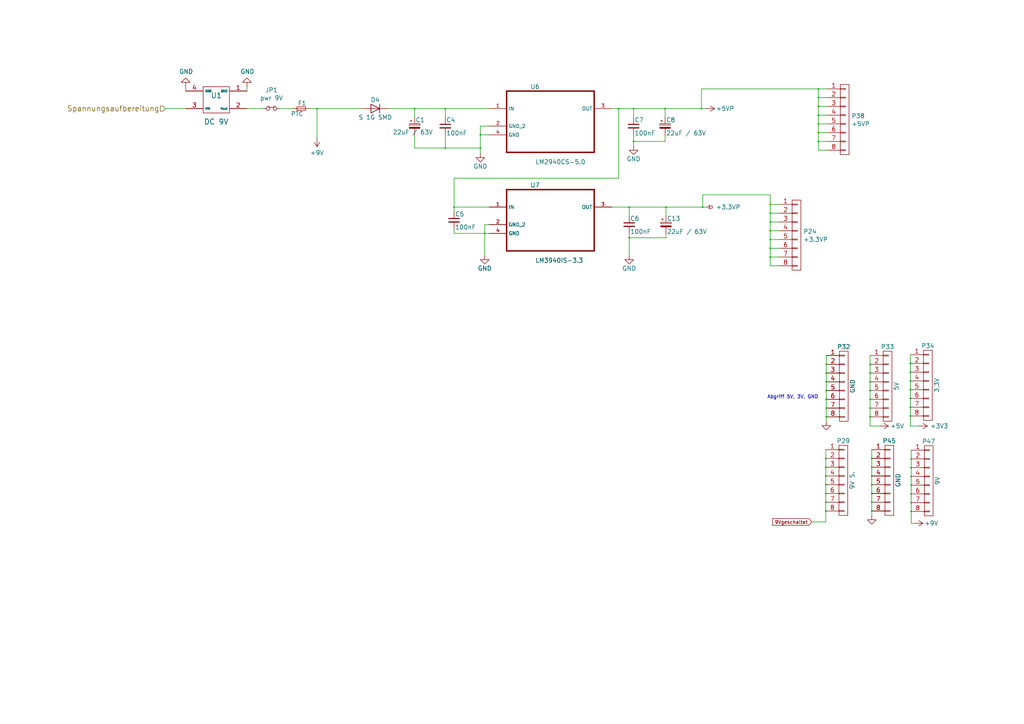
<source format=kicad_sch>
(kicad_sch (version 20220126) (generator eeschema)
  (paper "A4")
  (title_block (title "Ardumower shield SVN Version") (date "2021-01-18") (rev "1.4") (company "ML AG JL BS UZ") (comment 1 "Schaltplan und Layout UweZ"))
  (lib_symbols
    (symbol "ardumower-mega-shield-svn-rescue:+3.3V-RESCUE-ardumower_mega_shield_svn" (power) (pin_names (offset 0))
      (property "Value" "+3.3V-RESCUE-ardumower_mega_shield_svn" (at 0 3.556 0))
      (symbol "+3.3V-RESCUE-ardumower_mega_shield_svn_0_1"
        (polyline (pts (xy -0.762 1.27) (xy 0 2.54)))
        (polyline (pts (xy 0 0) (xy 0 2.54)))
        (polyline (pts (xy 0 2.54) (xy 0.762 1.27)))
      )
      (symbol "+3.3V-RESCUE-ardumower_mega_shield_svn_1_1"
        (pin power_in line (at 0 0 90) (length 0) hide (name "+3V3") (number "1"))
      )
    )
    (symbol "ardumower-mega-shield-svn-rescue:+3.3VP-RESCUE-ardumower_mega_shield_svn" (power) (pin_names (offset 0))
      (property "Value" "+3.3VP-RESCUE-ardumower_mega_shield_svn" (at 0 2.54 0))
      (symbol "+3.3VP-RESCUE-ardumower_mega_shield_svn_0_0"
        (pin power_in line (at 0 0 90) (length 0) hide (name "+3.3VP") (number "1"))
      )
      (symbol "+3.3VP-RESCUE-ardumower_mega_shield_svn_0_1"
        (polyline (pts (xy 0 0) (xy 0 1.016) (xy 0 1.016)))
        (polyline (pts (xy 0.508 0.762) (xy 0 1.016) (xy -0.508 0.762) (xy -0.254 1.778) (xy 0.254 1.778) (xy 0.508 0.762) (xy 0.508 0.762)))
      )
    )
    (symbol "ardumower-mega-shield-svn-rescue:+5V-RESCUE-ardumower_mega_shield_svn" (power) (pin_names (offset 0))
      (property "Value" "+5V-RESCUE-ardumower_mega_shield_svn" (at 0 3.556 0))
      (symbol "+5V-RESCUE-ardumower_mega_shield_svn_0_1"
        (polyline (pts (xy -0.762 1.27) (xy 0 2.54)))
        (polyline (pts (xy 0 0) (xy 0 2.54)))
        (polyline (pts (xy 0 2.54) (xy 0.762 1.27)))
      )
      (symbol "+5V-RESCUE-ardumower_mega_shield_svn_1_1"
        (pin power_in line (at 0 0 90) (length 0) hide (name "+5V") (number "1"))
      )
    )
    (symbol "ardumower-mega-shield-svn-rescue:+5VP-RESCUE-ardumower_mega_shield_svn" (power) (pin_names (offset 0))
      (property "Value" "+5VP-RESCUE-ardumower_mega_shield_svn" (at 0 3.556 0))
      (symbol "+5VP-RESCUE-ardumower_mega_shield_svn_0_1"
        (polyline (pts (xy -0.762 1.27) (xy 0 2.54)))
        (polyline (pts (xy 0 0) (xy 0 2.54)))
        (polyline (pts (xy 0 2.54) (xy 0.762 1.27)))
      )
      (symbol "+5VP-RESCUE-ardumower_mega_shield_svn_1_1"
        (pin power_in line (at 0 0 90) (length 0) hide (name "+5VP") (number "1"))
      )
    )
    (symbol "ardumower-mega-shield-svn-rescue:+9V-RESCUE-ardumower_mega_shield_svn" (power) (pin_names (offset 0))
      (property "Value" "+9V-RESCUE-ardumower_mega_shield_svn" (at 0 3.556 0))
      (symbol "+9V-RESCUE-ardumower_mega_shield_svn_0_1"
        (polyline (pts (xy -0.762 1.27) (xy 0 2.54)))
        (polyline (pts (xy 0 0) (xy 0 2.54)))
        (polyline (pts (xy 0 2.54) (xy 0.762 1.27)))
      )
      (symbol "+9V-RESCUE-ardumower_mega_shield_svn_1_1"
        (pin power_in line (at 0 0 90) (length 0) hide (name "+9V") (number "1"))
      )
    )
    (symbol "ardumower-mega-shield-svn-rescue:CONN_01X08-RESCUE-ardumower_mega_shield_svn" (pin_names hide)
      (property "Reference" "J" (at 0 11.43 0))
      (property "Value" "CONN_01X08-RESCUE-ardumower_mega_shield_svn" (at 2.54 0 90))
      (symbol "CONN_01X08-RESCUE-ardumower_mega_shield_svn_0_1"
        (rectangle (start -1.27 -10.16) (end 1.27 10.16))
        (rectangle (start -1.27 -8.763) (end 0.254 -9.017))
        (rectangle (start -1.27 -6.223) (end 0.254 -6.477))
        (rectangle (start -1.27 -3.683) (end 0.254 -3.937))
        (rectangle (start -1.27 -1.143) (end 0.254 -1.397))
        (rectangle (start -1.27 1.397) (end 0.254 1.143))
        (rectangle (start -1.27 3.937) (end 0.254 3.683))
        (rectangle (start -1.27 6.477) (end 0.254 6.223))
        (rectangle (start -1.27 9.017) (end 0.254 8.763))
      )
      (symbol "CONN_01X08-RESCUE-ardumower_mega_shield_svn_1_1"
        (pin passive line (at -5.08 8.89 0) (length 3.81) (name "P1") (number "1"))
        (pin passive line (at -5.08 6.35 0) (length 3.81) (name "P2") (number "2"))
        (pin passive line (at -5.08 3.81 0) (length 3.81) (name "P3") (number "3"))
        (pin passive line (at -5.08 1.27 0) (length 3.81) (name "P4") (number "4"))
        (pin passive line (at -5.08 -1.27 0) (length 3.81) (name "P5") (number "5"))
        (pin passive line (at -5.08 -3.81 0) (length 3.81) (name "P6") (number "6"))
        (pin passive line (at -5.08 -6.35 0) (length 3.81) (name "P7") (number "7"))
        (pin passive line (at -5.08 -8.89 0) (length 3.81) (name "P8") (number "8"))
      )
    )
    (symbol "ardumower-mega-shield-svn-rescue:CP_Small-RESCUE-ardumower_mega_shield_svn" (pin_numbers hide) (pin_names (offset 0.254) hide)
      (property "Reference" "C" (at 0.254 1.778 0))
      (property "Value" "CP_Small-RESCUE-ardumower_mega_shield_svn" (at 0.254 -2.032 0))
      (symbol "CP_Small-RESCUE-ardumower_mega_shield_svn_0_1"
        (rectangle (start -1.524 -0.3048) (end 1.524 -0.6858) (fill (type outline)))
        (rectangle (start -1.524 0.6858) (end 1.524 0.3048))
        (polyline (pts (xy -1.27 1.524) (xy -0.762 1.524)))
        (polyline (pts (xy -1.016 1.27) (xy -1.016 1.778)))
      )
      (symbol "CP_Small-RESCUE-ardumower_mega_shield_svn_1_1"
        (pin passive line (at 0 2.54 270) (length 1.8542) (name "~") (number "1"))
        (pin passive line (at 0 -2.54 90) (length 1.8542) (name "~") (number "2"))
      )
    )
    (symbol "ardumower-mega-shield-svn-rescue:C_Small-RESCUE-ardumower_mega_shield_svn" (pin_numbers hide) (pin_names (offset 0.254) hide)
      (property "Reference" "C" (at 0.254 1.778 0))
      (property "Value" "C_Small-RESCUE-ardumower_mega_shield_svn" (at 0.254 -2.032 0))
      (symbol "C_Small-RESCUE-ardumower_mega_shield_svn_0_1"
        (polyline (pts (xy -1.524 -0.508) (xy 1.524 -0.508)) (stroke (width 0.3302)))
        (polyline (pts (xy -1.524 0.508) (xy 1.524 0.508)) (stroke (width 0.3048)))
      )
      (symbol "C_Small-RESCUE-ardumower_mega_shield_svn_1_1"
        (pin passive line (at 0 2.54 270) (length 2.032) (name "~") (number "1"))
        (pin passive line (at 0 -2.54 90) (length 2.032) (name "~") (number "2"))
      )
    )
    (symbol "ardumower-mega-shield-svn-rescue:D-RESCUE-ardumower_mega_shield_svn" (pin_numbers hide) (pin_names hide)
      (property "Reference" "D" (at 0 2.54 0))
      (property "Value" "D-RESCUE-ardumower_mega_shield_svn" (at 0 -2.54 0))
      (symbol "D-RESCUE-ardumower_mega_shield_svn_0_1"
        (polyline (pts (xy -1.27 1.27) (xy -1.27 -1.27)) (stroke (width 0.2032)))
        (polyline (pts (xy 1.27 0) (xy -1.27 0)))
        (polyline (pts (xy 1.27 1.27) (xy 1.27 -1.27) (xy -1.27 0) (xy 1.27 1.27)) (stroke (width 0.2032)))
      )
      (symbol "D-RESCUE-ardumower_mega_shield_svn_1_1"
        (pin passive line (at -3.81 0 0) (length 2.54) (name "K") (number "1"))
        (pin passive line (at 3.81 0 180) (length 2.54) (name "A") (number "2"))
      )
    )
    (symbol "ardumower-mega-shield-svn-rescue:DC-DC_Stepdown-RESCUE-ardumower_mega_shield_svn"
      (property "Reference" "U" (at 0 0 0))
      (property "Value" "DC-DC_Stepdown-RESCUE-ardumower_mega_shield_svn" (at -1.27 0 0))
      (symbol "DC-DC_Stepdown-RESCUE-ardumower_mega_shield_svn_0_1"
        (rectangle (start 3.81 -3.81) (end -3.81 3.81))
      )
      (symbol "DC-DC_Stepdown-RESCUE-ardumower_mega_shield_svn_1_1"
        (pin output line (at 8.89 2.54 180) (length 5.08) (name "GND") (number "1"))
        (pin output line (at 8.89 -2.54 180) (length 5.08) (name "Vout") (number "2"))
        (pin input line (at -8.89 -2.54 0) (length 5.08) (name "VIN") (number "3"))
        (pin input line (at -8.89 2.54 0) (length 5.08) (name "GND") (number "4"))
      )
    )
    (symbol "ardumower-mega-shield-svn-rescue:F_Small-RESCUE-ardumower_mega_shield_svn" (pin_numbers hide) (pin_names (offset 0.254) hide)
      (property "Reference" "F" (at -1.016 1.524 0))
      (property "Value" "F_Small-RESCUE-ardumower_mega_shield_svn" (at -3.048 -1.524 0))
      (symbol "F_Small-RESCUE-ardumower_mega_shield_svn_0_1"
        (rectangle (start -1.27 0.508) (end 1.27 -0.508))
        (polyline (pts (xy -1.27 0) (xy 1.27 0)))
      )
      (symbol "F_Small-RESCUE-ardumower_mega_shield_svn_1_1"
        (pin passive line (at -2.54 0 0) (length 1.27) (name "~") (number "1"))
        (pin passive line (at 2.54 0 180) (length 1.27) (name "~") (number "2"))
      )
    )
    (symbol "ardumower-mega-shield-svn-rescue:GND-RESCUE-ardumower_mega_shield_svn" (power) (pin_names (offset 0))
      (property "Value" "GND-RESCUE-ardumower_mega_shield_svn" (at 0 -3.81 0))
      (symbol "GND-RESCUE-ardumower_mega_shield_svn_0_1"
        (polyline (pts (xy 0 0) (xy 0 -1.27) (xy 1.27 -1.27) (xy 0 -2.54) (xy -1.27 -1.27) (xy 0 -1.27)))
      )
      (symbol "GND-RESCUE-ardumower_mega_shield_svn_1_1"
        (pin power_in line (at 0 0 270) (length 0) hide (name "GND") (number "1"))
      )
    )
    (symbol "ardumower-mega-shield-svn-rescue:Jumper_NC_Small-RESCUE-ardumower_mega_shield_svn" (pin_numbers hide) (pin_names (offset 0.762) hide)
      (property "Reference" "JP" (at 0 2.032 0))
      (property "Value" "Jumper_NC_Small-RESCUE-ardumower_mega_shield_svn" (at 0.254 -1.524 0))
      (symbol "Jumper_NC_Small-RESCUE-ardumower_mega_shield_svn_0_1"
        (circle (center -1.016 0) (radius 0.508))
        (arc (start -1.016 0.762) (mid 0 -1.6908) (end 1.016 0.762))
        (circle (center 1.016 0) (radius 0.508))
        (pin passive line (at -2.54 0 0) (length 1.016) (name "1") (number "1"))
        (pin passive line (at 2.54 0 180) (length 1.016) (name "2") (number "2"))
      )
    )
    (symbol "ardumower-mega-shield-svn-rescue:LM2940CS-5.0-RESCUE-ardumower_mega_shield_svn"
      (property "Reference" "U" (at -5.842 6.3754 0))
      (property "Value" "LM2940CS-5.0-RESCUE-ardumower_mega_shield_svn" (at -4.3942 -15.4686 0))
      (symbol "LM2940CS-5.0-RESCUE-ardumower_mega_shield_svn_0_0"
        (polyline (pts (xy -12.7 -12.7) (xy 12.7 -12.7)) (stroke (width 0.4064)))
        (polyline (pts (xy -12.7 5.08) (xy -12.7 -12.7)) (stroke (width 0.4064)))
        (polyline (pts (xy 12.7 -12.7) (xy 12.7 5.08)) (stroke (width 0.4064)))
        (polyline (pts (xy 12.7 5.08) (xy -12.7 5.08)) (stroke (width 0.4064)))
        (pin input line (at -17.78 0 0) (length 5.08) (name "IN") (number "1"))
        (pin passive line (at -17.78 -5.08 0) (length 5.08) (name "GND_2") (number "2"))
        (pin output line (at 17.78 0 180) (length 5.08) (name "OUT") (number "3"))
        (pin passive line (at -17.78 -7.62 0) (length 5.08) (name "GND") (number "4"))
      )
    )
  )
  (junction (at 193.167 60.071) (diameter 0.3048))
  (junction (at 183.769 31.496) (diameter 0.3048))
  (junction (at 237.363 25.781) (diameter 0.3048))
  (junction (at 237.363 33.401) (diameter 0.3048))
  (junction (at 223.393 59.309) (diameter 0.3048))
  (junction (at 239.522 143.129) (diameter 0.3048))
  (junction (at 264.033 120.65) (diameter 0.3048))
  (junction (at 139.319 42.926) (diameter 0.3048))
  (junction (at 237.363 28.321) (diameter 0.3048))
  (junction (at 239.649 105.664) (diameter 0.3048))
  (junction (at 237.363 35.941) (diameter 0.3048))
  (junction (at 239.649 118.364) (diameter 0.3048))
  (junction (at 239.522 148.209) (diameter 0.3048))
  (junction (at 252.349 108.204) (diameter 0.3048))
  (junction (at 264.033 115.57) (diameter 0.3048))
  (junction (at 264.287 148.336) (diameter 0.3048))
  (junction (at 223.393 61.849) (diameter 0.3048))
  (junction (at 182.499 68.961) (diameter 0.3048))
  (junction (at 120.269 31.496) (diameter 0.3048))
  (junction (at 223.393 72.009) (diameter 0.3048))
  (junction (at 264.033 113.03) (diameter 0.3048))
  (junction (at 264.033 110.49) (diameter 0.3048))
  (junction (at 223.393 64.389) (diameter 0.3048))
  (junction (at 239.522 132.969) (diameter 0.3048))
  (junction (at 129.159 42.926) (diameter 0.3048))
  (junction (at 264.287 133.096) (diameter 0.3048))
  (junction (at 252.349 115.824) (diameter 0.3048))
  (junction (at 237.363 30.861) (diameter 0.3048))
  (junction (at 252.349 120.904) (diameter 0.3048))
  (junction (at 131.699 60.071) (diameter 0.3048))
  (junction (at 239.522 135.509) (diameter 0.3048))
  (junction (at 223.393 66.929) (diameter 0.3048))
  (junction (at 140.589 67.691) (diameter 0.3048))
  (junction (at 239.649 120.904) (diameter 0.3048))
  (junction (at 139.319 39.116) (diameter 0.3048))
  (junction (at 183.769 41.021) (diameter 0.3048))
  (junction (at 252.857 143.129) (diameter 0.3048))
  (junction (at 179.451 31.496) (diameter 0.3048))
  (junction (at 252.349 113.284) (diameter 0.3048))
  (junction (at 264.287 143.256) (diameter 0.3048))
  (junction (at 203.835 60.071) (diameter 0.3048))
  (junction (at 239.649 108.204) (diameter 0.3048))
  (junction (at 264.033 105.41) (diameter 0.3048))
  (junction (at 252.857 135.509) (diameter 0.3048))
  (junction (at 252.857 140.589) (diameter 0.3048))
  (junction (at 129.159 31.496) (diameter 0.3048))
  (junction (at 223.393 74.549) (diameter 0.3048))
  (junction (at 264.287 145.796) (diameter 0.3048))
  (junction (at 182.499 60.071) (diameter 0.3048))
  (junction (at 252.349 105.664) (diameter 0.3048))
  (junction (at 192.913 31.496) (diameter 0.3048))
  (junction (at 264.287 140.716) (diameter 0.3048))
  (junction (at 252.857 148.209) (diameter 0.3048))
  (junction (at 264.287 135.636) (diameter 0.3048))
  (junction (at 237.363 41.021) (diameter 0.3048))
  (junction (at 252.857 145.669) (diameter 0.3048))
  (junction (at 239.649 113.284) (diameter 0.3048))
  (junction (at 237.363 38.481) (diameter 0.3048))
  (junction (at 203.454 31.496) (diameter 0.3048))
  (junction (at 239.522 138.049) (diameter 0.3048))
  (junction (at 239.649 110.744) (diameter 0.3048))
  (junction (at 264.287 138.176) (diameter 0.3048))
  (junction (at 239.522 145.669) (diameter 0.3048))
  (junction (at 252.857 138.049) (diameter 0.3048))
  (junction (at 252.857 132.969) (diameter 0.3048))
  (junction (at 252.349 118.364) (diameter 0.3048))
  (junction (at 252.349 110.744) (diameter 0.3048))
  (junction (at 223.393 69.469) (diameter 0.3048))
  (junction (at 264.033 107.95) (diameter 0.3048))
  (junction (at 264.033 118.11) (diameter 0.3048))
  (junction (at 239.522 140.589) (diameter 0.3048))
  (junction (at 239.649 115.824) (diameter 0.3048))
  (junction (at 91.948 31.496) (diameter 0.3048))
  (wire (pts (xy 89.916 31.496) (xy 91.948 31.496)))
  (wire (pts (xy 264.033 113.03) (xy 264.033 115.57)))
  (wire (pts (xy 182.499 60.071) (xy 193.167 60.071)))
  (wire (pts (xy 252.857 143.129) (xy 252.857 145.669)))
  (wire (pts (xy 239.903 28.321) (xy 237.363 28.321)))
  (wire (pts (xy 252.857 148.209) (xy 252.857 149.479)))
  (wire (pts (xy 131.699 60.071) (xy 141.859 60.071)))
  (wire (pts (xy 177.419 31.496) (xy 179.451 31.496)))
  (wire (pts (xy 264.287 140.716) (xy 264.287 143.256)))
  (wire (pts (xy 225.933 72.009) (xy 223.393 72.009)))
  (wire (pts (xy 239.649 113.284) (xy 239.649 115.824)))
  (wire (pts (xy 223.393 74.549) (xy 223.393 77.089)))
  (wire (pts (xy 237.363 35.941) (xy 237.363 38.481)))
  (wire (pts (xy 264.287 130.556) (xy 264.287 133.096)))
  (wire (pts (xy 237.363 28.321) (xy 237.363 30.861)))
  (wire (pts (xy 237.363 33.401) (xy 237.363 35.941)))
  (wire (pts (xy 203.835 56.515) (xy 223.393 56.515)))
  (wire (pts (xy 239.649 118.364) (xy 239.649 120.904)))
  (wire (pts (xy 264.033 110.49) (xy 264.033 113.03)))
  (wire (pts (xy 179.451 31.496) (xy 179.451 51.689)))
  (wire (pts (xy 48.006 31.496) (xy 53.848 31.496)))
  (wire (pts (xy 183.769 41.021) (xy 183.769 42.291)))
  (wire (pts (xy 112.649 31.496) (xy 120.269 31.496)))
  (wire (pts (xy 239.649 115.824) (xy 239.649 118.364)))
  (wire (pts (xy 264.033 120.65) (xy 264.033 123.571)))
  (wire (pts (xy 193.167 60.071) (xy 203.835 60.071)))
  (wire (pts (xy 131.699 60.071) (xy 131.699 61.341)))
  (wire (pts (xy 237.363 35.941) (xy 239.903 35.941)))
  (wire (pts (xy 53.848 25.146) (xy 53.848 26.416)))
  (wire (pts (xy 223.393 61.849) (xy 223.393 64.389)))
  (wire (pts (xy 252.349 115.824) (xy 252.349 118.364)))
  (wire (pts (xy 129.159 31.496) (xy 129.159 34.036)))
  (wire (pts (xy 182.499 62.611) (xy 182.499 60.071)))
  (wire (pts (xy 239.522 148.209) (xy 239.522 151.384)))
  (wire (pts (xy 237.363 38.481) (xy 237.363 41.021)))
  (wire (pts (xy 239.522 130.429) (xy 239.522 132.969)))
  (wire (pts (xy 239.903 38.481) (xy 237.363 38.481)))
  (wire (pts (xy 237.363 30.861) (xy 237.363 33.401)))
  (wire (pts (xy 131.699 67.691) (xy 140.589 67.691)))
  (wire (pts (xy 203.454 31.496) (xy 204.724 31.496)))
  (wire (pts (xy 192.913 31.496) (xy 203.454 31.496)))
  (wire (pts (xy 264.033 123.571) (xy 266.446 123.571)))
  (wire (pts (xy 91.948 31.496) (xy 105.029 31.496)))
  (wire (pts (xy 237.363 41.021) (xy 237.363 43.561)))
  (wire (pts (xy 239.649 103.124) (xy 239.649 105.664)))
  (wire (pts (xy 193.167 60.071) (xy 193.167 62.611)))
  (wire (pts (xy 131.699 51.689) (xy 131.699 60.071)))
  (wire (pts (xy 239.522 135.509) (xy 239.522 138.049)))
  (wire (pts (xy 252.349 108.204) (xy 252.349 110.744)))
  (wire (pts (xy 264.033 107.95) (xy 264.033 110.49)))
  (wire (pts (xy 239.522 143.129) (xy 239.522 145.669)))
  (wire (pts (xy 223.393 72.009) (xy 223.393 74.549)))
  (wire (pts (xy 225.933 64.389) (xy 223.393 64.389)))
  (wire (pts (xy 129.159 42.926) (xy 129.159 39.116)))
  (wire (pts (xy 225.933 74.549) (xy 223.393 74.549)))
  (wire (pts (xy 141.859 65.151) (xy 140.589 65.151)))
  (wire (pts (xy 139.319 36.576) (xy 141.859 36.576)))
  (wire (pts (xy 264.287 148.336) (xy 264.287 151.765)))
  (wire (pts (xy 223.393 56.515) (xy 223.393 59.309)))
  (wire (pts (xy 71.628 25.146) (xy 71.628 26.416)))
  (wire (pts (xy 252.349 103.124) (xy 252.349 105.664)))
  (wire (pts (xy 182.499 67.691) (xy 182.499 68.961)))
  (wire (pts (xy 203.454 25.781) (xy 237.363 25.781)))
  (wire (pts (xy 203.454 31.496) (xy 203.454 25.781)))
  (wire (pts (xy 139.319 39.116) (xy 139.319 42.926)))
  (wire (pts (xy 239.903 30.861) (xy 237.363 30.861)))
  (wire (pts (xy 264.287 143.256) (xy 264.287 145.796)))
  (wire (pts (xy 223.393 59.309) (xy 225.933 59.309)))
  (wire (pts (xy 252.857 132.969) (xy 252.857 135.509)))
  (wire (pts (xy 264.033 118.11) (xy 264.033 120.65)))
  (wire (pts (xy 252.349 120.904) (xy 252.349 123.571)))
  (wire (pts (xy 237.363 25.781) (xy 237.363 28.321)))
  (wire (pts (xy 264.033 115.57) (xy 264.033 118.11)))
  (wire (pts (xy 225.933 66.929) (xy 223.393 66.929)))
  (wire (pts (xy 223.393 64.389) (xy 223.393 66.929)))
  (wire (pts (xy 71.628 31.496) (xy 76.2 31.496)))
  (wire (pts (xy 264.287 138.176) (xy 264.287 140.716)))
  (wire (pts (xy 239.649 105.664) (xy 239.649 108.204)))
  (wire (pts (xy 183.769 39.116) (xy 183.769 41.021)))
  (wire (pts (xy 120.269 42.926) (xy 120.269 39.116)))
  (wire (pts (xy 252.857 130.429) (xy 252.857 132.969)))
  (wire (pts (xy 264.287 135.636) (xy 264.287 138.176)))
  (wire (pts (xy 182.499 68.961) (xy 182.499 74.041)))
  (wire (pts (xy 252.349 110.744) (xy 252.349 113.284)))
  (wire (pts (xy 239.903 33.401) (xy 237.363 33.401)))
  (wire (pts (xy 252.857 140.589) (xy 252.857 143.129)))
  (wire (pts (xy 91.948 31.496) (xy 91.948 40.005)))
  (wire (pts (xy 192.913 31.496) (xy 192.913 34.036)))
  (wire (pts (xy 192.913 41.021) (xy 183.769 41.021)))
  (wire (pts (xy 264.033 105.41) (xy 264.033 107.95)))
  (wire (pts (xy 252.857 138.049) (xy 252.857 140.589)))
  (wire (pts (xy 192.913 39.116) (xy 192.913 41.021)))
  (wire (pts (xy 239.903 41.021) (xy 237.363 41.021)))
  (wire (pts (xy 239.649 108.204) (xy 239.649 110.744)))
  (wire (pts (xy 140.589 67.691) (xy 141.859 67.691)))
  (wire (pts (xy 129.159 31.496) (xy 141.859 31.496)))
  (wire (pts (xy 223.393 59.309) (xy 223.393 61.849)))
  (wire (pts (xy 239.522 140.589) (xy 239.522 143.129)))
  (wire (pts (xy 120.269 31.496) (xy 120.269 34.036)))
  (wire (pts (xy 140.589 65.151) (xy 140.589 67.691)))
  (wire (pts (xy 81.28 31.496) (xy 84.836 31.496)))
  (wire (pts (xy 252.857 145.669) (xy 252.857 148.209)))
  (wire (pts (xy 223.393 66.929) (xy 223.393 69.469)))
  (wire (pts (xy 139.319 36.576) (xy 139.319 39.116)))
  (wire (pts (xy 183.769 31.496) (xy 192.913 31.496)))
  (wire (pts (xy 183.769 31.496) (xy 183.769 34.036)))
  (wire (pts (xy 239.522 138.049) (xy 239.522 140.589)))
  (wire (pts (xy 252.349 113.284) (xy 252.349 115.824)))
  (wire (pts (xy 141.859 39.116) (xy 139.319 39.116)))
  (wire (pts (xy 179.451 31.496) (xy 183.769 31.496)))
  (wire (pts (xy 264.033 102.87) (xy 264.033 105.41)))
  (wire (pts (xy 239.522 132.969) (xy 239.522 135.509)))
  (wire (pts (xy 129.159 42.926) (xy 120.269 42.926)))
  (wire (pts (xy 264.287 151.765) (xy 265.176 151.765)))
  (wire (pts (xy 252.349 118.364) (xy 252.349 120.904)))
  (wire (pts (xy 131.699 66.421) (xy 131.699 67.691)))
  (wire (pts (xy 239.649 110.744) (xy 239.649 113.284)))
  (wire (pts (xy 139.319 42.926) (xy 139.319 44.45)))
  (wire (pts (xy 239.649 120.904) (xy 239.649 122.174)))
  (wire (pts (xy 264.287 145.796) (xy 264.287 148.336)))
  (wire (pts (xy 193.167 68.961) (xy 182.499 68.961)))
  (wire (pts (xy 223.393 69.469) (xy 225.933 69.469)))
  (wire (pts (xy 239.522 151.384) (xy 235.458 151.384)))
  (wire (pts (xy 120.269 31.496) (xy 129.159 31.496)))
  (wire (pts (xy 139.319 42.926) (xy 129.159 42.926)))
  (wire (pts (xy 203.835 60.071) (xy 204.851 60.071)))
  (wire (pts (xy 193.167 68.961) (xy 193.167 67.691)))
  (wire (pts (xy 252.857 135.509) (xy 252.857 138.049)))
  (wire (pts (xy 239.522 145.669) (xy 239.522 148.209)))
  (wire (pts (xy 237.363 25.781) (xy 239.903 25.781)))
  (wire (pts (xy 264.287 133.096) (xy 264.287 135.636)))
  (wire (pts (xy 223.393 69.469) (xy 223.393 72.009)))
  (wire (pts (xy 179.451 51.689) (xy 131.699 51.689)))
  (wire (pts (xy 237.363 43.561) (xy 239.903 43.561)))
  (wire (pts (xy 252.349 123.571) (xy 255.143 123.571)))
  (wire (pts (xy 223.393 77.089) (xy 225.933 77.089)))
  (wire (pts (xy 252.349 105.664) (xy 252.349 108.204)))
  (wire (pts (xy 203.835 60.071) (xy 203.835 56.515)))
  (wire (pts (xy 177.419 60.071) (xy 182.499 60.071)))
  (wire (pts (xy 225.933 61.849) (xy 223.393 61.849)))
  (wire (pts (xy 140.589 67.691) (xy 140.589 74.041)))
  (text "Abgriff 5V, 3V, GND" (at 222.504 115.824 0) (effects (font (size 0.9906 0.9906)) (justify left bottom)))
  (text "im plan spannungsversorgung c2 bitte nach der ptc Sicherung f1. \nich würde an dieser stlle auch keine ptc sondern eine Schmelzsicherung\nempfehlen die den DCDC komplett rausnimmt wenn es zu heftig wird\nda ist ptc ungeeignet wenn du willst kannst du die ptc in den 3,3v und 5,V zweig machen" (at -30.861 -17.272 0) (effects (font (size 2.0066 2.0066)) (justify left bottom)))
  (text "[00:10:17] Jürgen Lange: dahinter sitzen die regler 5v und an dem hängt der regler 3,3v so alles was du an externen versorgungen hast die immer gleich bleiben egal ob 5 oder 3,3v kommen da her. alles was mal mit 3,3 oder 5v laufen muss kommt vom ioref\n[00:11:04] Kurzschuss - Uwe: okay das ist eine klare ansage\n[00:11:24] Jürgen Lange: Beispiel: die pca selber kommen von ioref die module dahinter sind festgelegt wie uhr etc die kommen vom längsregler\n[00:12:15] Kurzschuss - Uwe: die Jumper für die widerstände dann beim I2C bus dann auch von den Längsreglern\n[00:13:01] Jürgen Lange: wichtig ist nur das alles von einem dcdc wandler versorgt wird arduino und die module damit diese immer gemeinsam abgeschaltet werden\n[00:14:09] Kurzschuss - Uwe: müsste so eigentlich stimmen\n[00:14:20] Jürgen Lange: die pullups da kommt es darauf an auf welecher seite die sitzen wenn die zwei die auf der mega/due seite sitzen kommen über ioref der rest von der versorgung des jeweiligen moduls" (at -32.131 -35.941 0) (effects (font (size 2.0066 2.0066)) (justify left bottom)))
  (global_label "9Vgeschaltet" (shape input) (at 235.458 151.384 180) (effects (font (size 0.9906 0.9906))) (property "Intersheet References" "${INTERSHEET_REFS}" (effects hide)))
  (hierarchical_label "Spannungsaufbereitung" (shape input) (at 48.006 31.496 180) (effects (font (size 1.524 1.524))))
  (symbol (lib_id "ardumower-mega-shield-svn-rescue:+9V-RESCUE-ardumower_mega_shield_svn") (at 265.176 151.765 270) (mirror x) (unit 1)
    (property "Reference" "#PWR0167" (effects hide))
    (property "Value" "+9V" (at 270.129 151.765 90))
  )
  (symbol (lib_id "ardumower-mega-shield-svn-rescue:+9V-RESCUE-ardumower_mega_shield_svn") (at 91.948 40.005 180) (unit 1)
    (property "Reference" "#PWR0168" (effects hide))
    (property "Value" "+9V" (at 91.948 44.323 0))
  )
  (symbol (lib_id "ardumower-mega-shield-svn-rescue:+5V-RESCUE-ardumower_mega_shield_svn") (at 255.143 123.571 270) (mirror x) (unit 1)
    (property "Reference" "#PWR0169" (effects hide))
    (property "Value" "+5V" (at 260.223 123.571 90))
  )
  (symbol (lib_id "ardumower-mega-shield-svn-rescue:+3.3V-RESCUE-ardumower_mega_shield_svn") (at 266.446 123.571 270) (mirror x) (unit 1)
    (property "Reference" "#PWR0170" (effects hide))
    (property "Value" "+3.3V" (at 272.415 123.571 90))
  )
  (symbol (lib_id "ardumower-mega-shield-svn-rescue:GND-RESCUE-ardumower_mega_shield_svn") (at 71.628 25.146 0) (mirror x) (unit 1)
    (property "Reference" "#PWR0171" (effects hide))
    (property "Value" "GND" (at 71.755 20.7518 0))
  )
  (symbol (lib_id "ardumower-mega-shield-svn-rescue:GND-RESCUE-ardumower_mega_shield_svn") (at 53.848 25.146 0) (mirror x) (unit 1)
    (property "Reference" "#PWR0172" (effects hide))
    (property "Value" "GND" (at 53.975 20.7518 0))
  )
  (symbol (lib_id "ardumower-mega-shield-svn-rescue:DC-DC_Stepdown-RESCUE-ardumower_mega_shield_svn") (at 62.738 28.956 0) (unit 1)
    (property "Reference" "U1" (at 62.738 27.686 0) (effects (font (size 1.524 1.524))))
    (property "Value" "DC 9V" (at 62.738 35.306 0) (effects (font (size 1.524 1.524))))
    (property "Footprint" "Zimprich:DC_DC_DSN2596_mit_Bohrloch_doppelte_Lochreihe" (effects hide))
    (property "Bestücken (Assemble)" "NEIN (NO)" (effects hide))
  )
  (symbol (lib_id "ardumower-mega-shield-svn-rescue:CONN_01X08-RESCUE-ardumower_mega_shield_svn") (at 257.429 112.014 0) (unit 1)
    (property "Reference" "P33" (at 257.429 100.584 0))
    (property "Value" "5V" (at 259.969 112.014 90))
    (property "Footprint" "Pin_Headers:Pin_Header_Straight_1x08_Pitch2.54mm" (effects hide))
    (property "Bestücken (Assemble)" "NEIN (NO)" (effects hide))
  )
  (symbol (lib_id "ardumower-mega-shield-svn-rescue:CONN_01X08-RESCUE-ardumower_mega_shield_svn") (at 244.729 112.014 0) (unit 1)
    (property "Reference" "P32" (at 244.729 100.584 0))
    (property "Value" "GND" (at 247.269 112.014 90))
    (property "Footprint" "Pin_Headers:Pin_Header_Straight_1x08_Pitch2.54mm" (effects hide))
    (property "Bestücken (Assemble)" "NEIN (NO)" (effects hide))
  )
  (symbol (lib_id "ardumower-mega-shield-svn-rescue:CONN_01X08-RESCUE-ardumower_mega_shield_svn") (at 269.113 111.76 0) (unit 1)
    (property "Reference" "P34" (at 269.113 100.33 0))
    (property "Value" "3,3V" (at 271.653 111.76 90))
    (property "Footprint" "Pin_Headers:Pin_Header_Straight_1x08_Pitch2.54mm" (effects hide))
    (property "Bestücken (Assemble)" "NEIN (NO)" (effects hide))
  )
  (symbol (lib_id "ardumower-mega-shield-svn-rescue:GND-RESCUE-ardumower_mega_shield_svn") (at 239.649 122.174 0) (unit 1)
    (property "Reference" "#PWR0166" (effects hide))
    (property "Value" "GND" (effects hide))
  )
  (symbol (lib_id "ardumower-mega-shield-svn-rescue:CONN_01X08-RESCUE-ardumower_mega_shield_svn") (at 269.367 139.446 0) (unit 1)
    (property "Reference" "P47" (at 269.367 128.016 0))
    (property "Value" "9V" (at 271.907 139.446 90))
    (property "Footprint" "Pin_Headers:Pin_Header_Straight_1x08_Pitch2.54mm" (effects hide))
    (property "Bestücken (Assemble)" "NEIN (NO)" (effects hide))
  )
  (symbol (lib_id "ardumower-mega-shield-svn-rescue:F_Small-RESCUE-ardumower_mega_shield_svn") (at 87.376 31.496 0) (unit 1)
    (property "Reference" "F1" (at 86.36 29.972 0) (effects (justify left)))
    (property "Value" "PTC" (at 84.328 33.02 0) (effects (justify left)))
    (property "Footprint" "Zimprich:Fuse_SMD" (effects hide))
    (property "Bestelllink" "https://www.reichelt.de/SMD-Sicherungen/OMT-125-3-5A/3/index.html?ACTION=3&LA=446&ARTICLE=52972&GROUPID=7660&artnr=OMT+125+3%2C5A&SEARCH=smd%2Bsicherung%2B125" (effects hide))
    (property "Technische Daten" "OMH 125 HALTER SMD-Sicherungshalter für OMT-125" (effects hide))
    (property "Bestellnummer" "R: OMH 125 HALTER" (effects hide))
    (property "Funktion" "OMH 125 HALTER SMD-Sicherungshalter für OMT-125" (effects hide))
    (property "Hersteller" "Value" (effects hide))
    (property "Hersteller Bestellnummer" "Value" (effects hide))
    (property "JLCPCB LCSC Part" "C312012" (effects hide))
  )
  (symbol (lib_id "ardumower-mega-shield-svn-rescue:D-RESCUE-ardumower_mega_shield_svn") (at 108.839 31.496 0) (mirror y) (unit 1)
    (property "Reference" "D4" (at 108.839 28.956 0))
    (property "Value" "S 1G SMD" (at 108.839 34.036 0))
    (property "Footprint" "Diodes_SMD:D_SMA_Standard" (effects hide))
    (property "Gehäuseart" "SMA-Standart" (effects hide))
    (property "Bestelllink" "https://www.reichelt.de/SB-SKE-4F-Dioden/S-1G-SMD/3/index.html?ACTION=3&LA=446&ARTICLE=95354&GROUPID=2991&artnr=S+1G+SMD&SEARCH=1N%2B4004%2BSMD" (effects hide))
    (property "Technische Daten" "Si-Gleichrichterdiode, DO214AC, 400V, 1A" (effects hide))
    (property "Bestellnummer" "R: S 1G SMD" (effects hide))
    (property "Funktion" "Gleichrichterdiode, 400 V, 1 A, DO-214AC/SMA" (effects hide))
    (property "Hersteller" "Value" (effects hide))
    (property "Hersteller Bestellnummer" "Value" (effects hide))
    (property "JLCPCB LCSC Part" "C95872" (effects hide))
  )
  (symbol (lib_id "ardumower-mega-shield-svn-rescue:LM2940CS-5.0-RESCUE-ardumower_mega_shield_svn") (at 159.639 31.496 0) (unit 1)
    (property "Reference" "U6" (at 153.797 25.1206 0) (effects (justify left)))
    (property "Value" "LM2940CS-5.0" (at 155.2448 46.9646 0) (effects (justify left)))
    (property "Footprint" "TO_SOT_Packages_SMD:TO-263-3Lead" (effects hide))
    (property "Bestelllink" "https://www.reichelt.de/de/en/ldo-voltage-regulator-5v-to-263-3-lm-2940-cs-5-0-p187697.html?GROUPID=5466&SEARCH=LM2940CS-5.0&&r=1" (effects hide))
    (property "Bestellnummer" "R: LM 2940 CS-5.0" (effects hide))
    (property "Bestücken (Assemble)" "JA (YES)" (effects hide))
    (property "Funktion" "LDO voltage regulator 5V TO-263-3" (effects hide))
    (property "Gehäuseart" "TO-263-3 " (effects hide))
    (property "Reichelt-Bestellnummer" "R: LM 2940 CS-5.0" (effects hide))
    (property "Technische Daten" "LDO voltage regulator 5V TO-263-3" (effects hide))
    (property "JLCPCB LCSC Part" "C13980" (effects hide))
  )
  (symbol (lib_id "ardumower-mega-shield-svn-rescue:CP_Small-RESCUE-ardumower_mega_shield_svn") (at 120.269 36.576 0) (unit 1)
    (property "Reference" "C1" (at 120.523 34.798 0) (effects (justify left)))
    (property "Value" "22uF / 63V" (at 113.919 38.354 0) (effects (justify left)))
    (property "Footprint" "Zimprich:Elko_vert_11.2x6.3mm_RM2.5_RM5.0" (effects hide))
    (property "Bestelllink" "https://www.reichelt.de/de/en/electrolytic-capacitor-6-3-x-11-mm-spacing-2-5-mm-rad-22-63-p15116.html?&trstct=pos_0&nbc=1" (effects hide))
    (property "Technische Daten" "Elko, radial, 22 µF, 63 V, RM 2,5, 85°C, 2000h, 20%" (effects hide))
    (property "Bestellnummer" "R: RAD 22/63" (effects hide))
    (property "Funktion" "Elko, radial, 22 µF, 63 V, RM 2,5, 85°C, 2000h, 20%" (effects hide))
    (property "Reichelt-Bestellnummer" "R: RAD 22/63" (effects hide))
  )
  (symbol (lib_id "ardumower-mega-shield-svn-rescue:C_Small-RESCUE-ardumower_mega_shield_svn") (at 129.159 36.576 0) (unit 1)
    (property "Reference" "C4" (at 129.413 34.798 0) (effects (justify left)))
    (property "Value" "100nF" (at 129.413 38.608 0) (effects (justify left)))
    (property "Footprint" "Capacitors_SMD:C_0805" (effects hide))
    (property "Bestelllink" "https://www.reichelt.de/de/en/mlcc-0805-100nf-100v-10-ft-cap-x7r-0805fcg-100n-p193842.html?GROUPID=8048&SEARCH=0805%2B100nf&&r=1" (effects hide))
    (property "Bestücken (Assemble)" "JA (YES)" (effects hide))
    (property "Funktion" "X7R 0805FCG 100N MLCC, 0805, 100nF, 100V, 10%, FT-Cap" (effects hide))
    (property "JLCPCB LCSC Part" "C49678" (effects hide))
    (property "Technische Daten" "X7R 0805FCG 100N MLCC, 0805, 100nF, 100V, 10%, FT-Cap" (effects hide))
  )
  (symbol (lib_id "ardumower-mega-shield-svn-rescue:GND-RESCUE-ardumower_mega_shield_svn") (at 182.499 74.041 0) (unit 1)
    (property "Reference" "#PWR0173" (effects hide))
    (property "Value" "GND" (at 182.499 77.851 0))
  )
  (symbol (lib_id "ardumower-mega-shield-svn-rescue:CP_Small-RESCUE-ardumower_mega_shield_svn") (at 192.913 36.576 0) (unit 1)
    (property "Reference" "C8" (at 193.167 34.798 0) (effects (justify left)))
    (property "Value" "22uF / 63V" (at 193.167 38.608 0) (effects (justify left)))
    (property "Footprint" "Zimprich:Elko_vert_11.2x6.3mm_RM2.5_RM5.0" (effects hide))
    (property "Gehäuseart" "6,3x11mm, RM 2,5mm" (effects hide))
    (property "Bestelllink" "https://www.reichelt.de/de/en/electrolytic-capacitor-6-3-x-11-mm-spacing-2-5-mm-rad-22-63-p15116.html?&trstct=pos_0&nbc=1" (effects hide))
    (property "Technische Daten" "Elko, radial, 22 µF, 63 V, RM 2,5, 85°C, 2000h, 20%" (effects hide))
    (property "Bestellnummer" "R: RAD 22/63" (effects hide))
    (property "Funktion" "Elko, radial, 22 µF, 63 V, RM 2,5, 85°C, 2000h, 20%" (effects hide))
    (property "Reichelt-Bestellnummer" "R: RAD 22/63" (effects hide))
  )
  (symbol (lib_id "ardumower-mega-shield-svn-rescue:C_Small-RESCUE-ardumower_mega_shield_svn") (at 183.769 36.576 0) (unit 1)
    (property "Reference" "C7" (at 184.023 34.798 0) (effects (justify left)))
    (property "Value" "100nF" (at 184.023 38.608 0) (effects (justify left)))
    (property "Footprint" "Capacitors_SMD:C_0805" (effects hide))
    (property "Bestelllink" "https://www.reichelt.de/de/en/mlcc-0805-100nf-100v-10-ft-cap-x7r-0805fcg-100n-p193842.html?GROUPID=8048&SEARCH=0805%2B100nf&&r=1" (effects hide))
    (property "Bestücken (Assemble)" "JA (YES)" (effects hide))
    (property "Funktion" "X7R 0805FCG 100N MLCC, 0805, 100nF, 100V, 10%, FT-Cap" (effects hide))
    (property "JLCPCB LCSC Part" "C49678" (effects hide))
    (property "Technische Daten" "X7R 0805FCG 100N MLCC, 0805, 100nF, 100V, 10%, FT-Cap" (effects hide))
  )
  (symbol (lib_id "ardumower-mega-shield-svn-rescue:GND-RESCUE-ardumower_mega_shield_svn") (at 183.769 42.291 0) (unit 1)
    (property "Reference" "#PWR0174" (effects hide))
    (property "Value" "GND" (at 183.769 46.101 0))
  )
  (symbol (lib_id "ardumower-mega-shield-svn-rescue:LM2940CS-5.0-RESCUE-ardumower_mega_shield_svn") (at 159.639 60.071 0) (unit 1)
    (property "Reference" "U7" (at 153.797 53.6956 0) (effects (justify left)))
    (property "Value" "LM3940IS-3.3" (at 155.2448 75.5396 0) (effects (justify left)))
    (property "Footprint" "TO_SOT_Packages_SMD:TO-263-3Lead" (effects hide))
    (property "Datasheet" "Value" (effects hide))
    (property "Gehäuseart" "TO-263-3 " (effects hide))
    (property "Bestelllink" "https://www.reichelt.de/de/en/ldo-voltage-regulator-fixed-3-3-vout-1-a-d2pak-lm-3940-is3-3-p109408.html?GROUPID=5466&SEARCH=LM3940IS-3.3&&r=1" (effects hide))
    (property "Technische Daten" "LDO voltage regulator, fixed, 3.3 Vout, 1 A, D2PAK" (effects hide))
    (property "Bestellnummer" "R: LM 3940 IS3,3" (effects hide))
    (property "JLCPCB LCSC Part" "C18910" (effects hide))
  )
  (symbol (lib_id "ardumower-mega-shield-svn-rescue:C_Small-RESCUE-ardumower_mega_shield_svn") (at 131.699 63.881 0) (unit 1)
    (property "Reference" "C5" (at 131.953 62.103 0) (effects (justify left)))
    (property "Value" "100nF" (at 131.953 65.913 0) (effects (justify left)))
    (property "Footprint" "Capacitors_SMD:C_0805" (effects hide))
    (property "Bestelllink" "https://www.reichelt.de/de/en/mlcc-0805-100nf-100v-10-ft-cap-x7r-0805fcg-100n-p193842.html?GROUPID=8048&SEARCH=0805%2B100nf&&r=1" (effects hide))
    (property "Bestücken (Assemble)" "JA (YES)" (effects hide))
    (property "Funktion" "X7R 0805FCG 100N MLCC, 0805, 100nF, 100V, 10%, FT-Cap" (effects hide))
    (property "JLCPCB LCSC Part" "C49678" (effects hide))
    (property "Technische Daten" "X7R 0805FCG 100N MLCC, 0805, 100nF, 100V, 10%, FT-Cap" (effects hide))
  )
  (symbol (lib_id "ardumower-mega-shield-svn-rescue:C_Small-RESCUE-ardumower_mega_shield_svn") (at 182.499 65.151 0) (unit 1)
    (property "Reference" "C6" (at 182.753 63.373 0) (effects (justify left)))
    (property "Value" "100nF" (at 182.753 67.183 0) (effects (justify left)))
    (property "Footprint" "Capacitors_SMD:C_0805" (effects hide))
    (property "Bestelllink" "https://www.reichelt.de/de/en/mlcc-0805-100nf-100v-10-ft-cap-x7r-0805fcg-100n-p193842.html?GROUPID=8048&SEARCH=0805%2B100nf&&r=1" (effects hide))
    (property "Bestücken (Assemble)" "JA (YES)" (effects hide))
    (property "Funktion" "X7R 0805FCG 100N MLCC, 0805, 100nF, 100V, 10%, FT-Cap" (effects hide))
    (property "JLCPCB LCSC Part" "C49678" (effects hide))
    (property "Technische Daten" "X7R 0805FCG 100N MLCC, 0805, 100nF, 100V, 10%, FT-Cap" (effects hide))
  )
  (symbol (lib_id "ardumower-mega-shield-svn-rescue:GND-RESCUE-ardumower_mega_shield_svn") (at 140.589 74.041 0) (unit 1)
    (property "Reference" "#PWR0175" (effects hide))
    (property "Value" "GND" (at 140.589 77.851 0))
  )
  (symbol (lib_id "ardumower-mega-shield-svn-rescue:GND-RESCUE-ardumower_mega_shield_svn") (at 139.319 44.45 0) (unit 1)
    (property "Reference" "#PWR0176" (effects hide))
    (property "Value" "GND" (at 139.319 48.26 0))
  )
  (symbol (lib_id "ardumower-mega-shield-svn-rescue:CP_Small-RESCUE-ardumower_mega_shield_svn") (at 193.167 65.151 0) (unit 1)
    (property "Reference" "C13" (at 193.421 63.373 0) (effects (justify left)))
    (property "Value" "22uF / 63V" (at 193.421 67.183 0) (effects (justify left)))
    (property "Footprint" "Zimprich:Elko_vert_11.2x6.3mm_RM2.5_RM5.0" (effects hide))
    (property "Gehäuseart" "6,3x11mm, RM 2,5mm" (effects hide))
    (property "Bestelllink" "https://www.reichelt.de/de/en/electrolytic-capacitor-6-3-x-11-mm-spacing-2-5-mm-rad-22-63-p15116.html?&trstct=pos_0&nbc=1" (effects hide))
    (property "Technische Daten" "Elko, radial, 22 µF, 63 V, RM 2,5, 85°C, 2000h, 20%" (effects hide))
    (property "Bestellnummer" "R: RAD 22/63" (effects hide))
    (property "Funktion" "Elko, radial, 22 µF, 63 V, RM 2,5, 85°C, 2000h, 20%" (effects hide))
    (property "Reichelt-Bestellnummer" "R: RAD 22/63" (effects hide))
  )
  (symbol (lib_id "ardumower-mega-shield-svn-rescue:Jumper_NC_Small-RESCUE-ardumower_mega_shield_svn") (at 78.74 31.496 0) (unit 1)
    (property "Reference" "JP1" (at 78.74 26.1112 0))
    (property "Value" "pwr 9V" (at 78.74 28.4226 0))
    (property "Footprint" "Pin_Headers:Pin_Header_Straight_1x02_Pitch2.54mm" (effects hide))
    (property "Datasheet" "Value" (effects hide))
    (property "Bestellnummer" "Value" (effects hide))
    (property "Bestücken (Assemble)" "NEIN (NO)" (effects hide))
  )
  (symbol (lib_id "ardumower-mega-shield-svn-rescue:+5VP-RESCUE-ardumower_mega_shield_svn") (at 204.724 31.496 270) (mirror x) (unit 1)
    (property "Reference" "#PWR0177" (effects hide))
    (property "Value" "+5VP" (at 210.312 31.496 90))
  )
  (symbol (lib_id "ardumower-mega-shield-svn-rescue:+3.3VP-RESCUE-ardumower_mega_shield_svn") (at 204.851 60.071 270) (mirror x) (unit 1)
    (property "Reference" "#PWR0178" (effects hide))
    (property "Value" "+3.3VP" (at 211.201 60.071 90))
  )
  (symbol (lib_id "ardumower-mega-shield-svn-rescue:CONN_01X08-RESCUE-ardumower_mega_shield_svn") (at 244.983 34.671 0) (unit 1)
    (property "Reference" "P38" (at 246.9388 33.6296 0) (effects (justify left)))
    (property "Value" "+5VP" (at 246.9388 35.941 0) (effects (justify left)))
    (property "Footprint" "Pin_Headers:Pin_Header_Straight_1x08_Pitch2.54mm" (effects hide))
    (property "Bestücken (Assemble)" "NEIN (NO)" (effects hide))
  )
  (symbol (lib_id "ardumower-mega-shield-svn-rescue:CONN_01X08-RESCUE-ardumower_mega_shield_svn") (at 231.013 68.199 0) (unit 1)
    (property "Reference" "P24" (at 232.9688 67.1576 0) (effects (justify left)))
    (property "Value" "+3.3VP" (at 232.9688 69.469 0) (effects (justify left)))
    (property "Footprint" "Pin_Headers:Pin_Header_Straight_1x08_Pitch2.54mm" (effects hide))
    (property "Bestücken (Assemble)" "NEIN (NO)" (effects hide))
  )
  (symbol (lib_id "ardumower-mega-shield-svn-rescue:CONN_01X08-RESCUE-ardumower_mega_shield_svn") (at 257.937 139.319 0) (unit 1)
    (property "Reference" "P45" (at 257.937 127.889 0))
    (property "Value" "GND" (at 260.477 139.319 90))
    (property "Footprint" "Pin_Headers:Pin_Header_Straight_1x08_Pitch2.54mm" (effects hide))
    (property "Bestücken (Assemble)" "NEIN (NO)" (effects hide))
  )
  (symbol (lib_id "ardumower-mega-shield-svn-rescue:GND-RESCUE-ardumower_mega_shield_svn") (at 252.857 149.479 0) (unit 1)
    (property "Reference" "#PWR0179" (effects hide))
    (property "Value" "GND" (effects hide))
  )
  (symbol (lib_id "ardumower-mega-shield-svn-rescue:CONN_01X08-RESCUE-ardumower_mega_shield_svn") (at 244.602 139.319 0) (unit 1)
    (property "Reference" "P29" (at 244.602 127.889 0))
    (property "Value" "9V S." (at 247.142 139.319 90))
    (property "Footprint" "Pin_Headers:Pin_Header_Straight_1x08_Pitch2.54mm" (effects hide))
    (property "Bestellnummer" "Value" (effects hide))
    (property "Hersteller" "Value" (effects hide))
    (property "Hersteller Bestellnummer" "Value" (effects hide))
    (property "Bestücken (Assemble)" "NEIN (NO)" (effects hide))
  )
)
</source>
